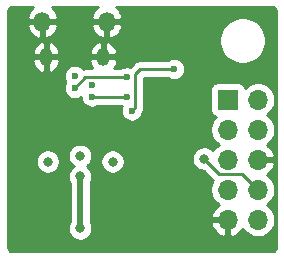
<source format=gbr>
%TF.GenerationSoftware,KiCad,Pcbnew,5.1.8*%
%TF.CreationDate,2020-11-25T12:11:16+09:00*%
%TF.ProjectId,rasp_usb,72617370-5f75-4736-922e-6b696361645f,rev?*%
%TF.SameCoordinates,Original*%
%TF.FileFunction,Copper,L2,Bot*%
%TF.FilePolarity,Positive*%
%FSLAX46Y46*%
G04 Gerber Fmt 4.6, Leading zero omitted, Abs format (unit mm)*
G04 Created by KiCad (PCBNEW 5.1.8) date 2020-11-25 12:11:16*
%MOMM*%
%LPD*%
G01*
G04 APERTURE LIST*
%TA.AperFunction,ComponentPad*%
%ADD10R,1.700000X1.700000*%
%TD*%
%TA.AperFunction,ComponentPad*%
%ADD11O,1.700000X1.700000*%
%TD*%
%TA.AperFunction,ComponentPad*%
%ADD12O,1.100000X1.500000*%
%TD*%
%TA.AperFunction,ComponentPad*%
%ADD13O,1.350000X1.700000*%
%TD*%
%TA.AperFunction,ViaPad*%
%ADD14C,0.800000*%
%TD*%
%TA.AperFunction,ViaPad*%
%ADD15C,0.600000*%
%TD*%
%TA.AperFunction,Conductor*%
%ADD16C,0.500000*%
%TD*%
%TA.AperFunction,Conductor*%
%ADD17C,0.250000*%
%TD*%
%TA.AperFunction,Conductor*%
%ADD18C,0.254000*%
%TD*%
%TA.AperFunction,Conductor*%
%ADD19C,0.100000*%
%TD*%
G04 APERTURE END LIST*
D10*
%TO.P,J2,1*%
%TO.N,3V3*%
X120250000Y-68500000D03*
D11*
%TO.P,J2,2*%
%TO.N,5V*%
X122790000Y-68500000D03*
%TO.P,J2,3*%
%TO.N,Net-(J2-Pad3)*%
X120250000Y-71040000D03*
%TO.P,J2,4*%
%TO.N,5V*%
X122790000Y-71040000D03*
%TO.P,J2,5*%
%TO.N,Net-(J2-Pad5)*%
X120250000Y-73580000D03*
%TO.P,J2,6*%
%TO.N,GND*%
X122790000Y-73580000D03*
%TO.P,J2,7*%
%TO.N,Net-(J2-Pad7)*%
X120250000Y-76120000D03*
%TO.P,J2,8*%
%TO.N,UART_TXD*%
X122790000Y-76120000D03*
%TO.P,J2,9*%
%TO.N,GND*%
X120250000Y-78660000D03*
%TO.P,J2,10*%
%TO.N,UART_RXD*%
X122790000Y-78660000D03*
%TD*%
D12*
%TO.P,J1,6*%
%TO.N,GND*%
X109695000Y-64885000D03*
X104855000Y-64885000D03*
D13*
X110005000Y-61885000D03*
X104545000Y-61885000D03*
%TD*%
D14*
%TO.N,VIO*%
X107750000Y-73250000D03*
X107750000Y-79400000D03*
X110500000Y-73750000D03*
X105000000Y-73750000D03*
X107750000Y-75000000D03*
%TO.N,GND*%
X105500000Y-79500000D03*
X103350000Y-79200000D03*
X103350000Y-77650000D03*
%TO.N,UART_TXD*%
X118250000Y-73500000D03*
D15*
%TO.N,USB_DP*%
X107275000Y-66490000D03*
%TO.N,USB_DM*%
X108742500Y-67232500D03*
%TO.N,Net-(R3-Pad2)*%
X108750000Y-68250000D03*
X111700000Y-68250000D03*
%TO.N,Net-(R4-Pad2)*%
X107275000Y-67525000D03*
X111700000Y-66600000D03*
%TO.N,VIO*%
X112120000Y-69420000D03*
X115700000Y-65900000D03*
%TD*%
D16*
%TO.N,VIO*%
X107750000Y-75000000D02*
X107750000Y-79400000D01*
D17*
%TO.N,UART_TXD*%
X121425001Y-74755001D02*
X122790000Y-76120000D01*
X119505001Y-74755001D02*
X121425001Y-74755001D01*
X118250000Y-73500000D02*
X119505001Y-74755001D01*
%TO.N,Net-(R3-Pad2)*%
X108750000Y-68250000D02*
X109850000Y-68250000D01*
X109850000Y-68250000D02*
X111700000Y-68250000D01*
%TO.N,Net-(R4-Pad2)*%
X111692501Y-66607499D02*
X111700000Y-66600000D01*
X107275000Y-67525000D02*
X108192501Y-66607499D01*
X108192501Y-66607499D02*
X111692501Y-66607499D01*
%TO.N,VIO*%
X112120000Y-69420000D02*
X112419999Y-69120001D01*
X112839998Y-65900000D02*
X112419999Y-66319999D01*
X115700000Y-65900000D02*
X112839998Y-65900000D01*
X112419999Y-69120001D02*
X112419999Y-66319999D01*
%TD*%
D18*
%TO.N,GND*%
X103734804Y-60676522D02*
X103548750Y-60854441D01*
X103400981Y-61065239D01*
X103297176Y-61300815D01*
X103241325Y-61552116D01*
X103391427Y-61758000D01*
X104418000Y-61758000D01*
X104418000Y-61738000D01*
X104672000Y-61738000D01*
X104672000Y-61758000D01*
X105698573Y-61758000D01*
X105848675Y-61552116D01*
X105792824Y-61300815D01*
X105689019Y-61065239D01*
X105541250Y-60854441D01*
X105355196Y-60676522D01*
X105329231Y-60660000D01*
X109220769Y-60660000D01*
X109194804Y-60676522D01*
X109008750Y-60854441D01*
X108860981Y-61065239D01*
X108757176Y-61300815D01*
X108701325Y-61552116D01*
X108851427Y-61758000D01*
X109878000Y-61758000D01*
X109878000Y-61738000D01*
X110132000Y-61738000D01*
X110132000Y-61758000D01*
X111158573Y-61758000D01*
X111308675Y-61552116D01*
X111252824Y-61300815D01*
X111149019Y-61065239D01*
X111001250Y-60854441D01*
X110815196Y-60676522D01*
X110789231Y-60660000D01*
X123967721Y-60660000D01*
X124065424Y-60669580D01*
X124128356Y-60688580D01*
X124186405Y-60719445D01*
X124237343Y-60760989D01*
X124279248Y-60811644D01*
X124310515Y-60869471D01*
X124329956Y-60932272D01*
X124340000Y-61027835D01*
X124340001Y-80967711D01*
X124330420Y-81065424D01*
X124311420Y-81128357D01*
X124280554Y-81186406D01*
X124239011Y-81237343D01*
X124188356Y-81279248D01*
X124130529Y-81310515D01*
X124067728Y-81329956D01*
X123972165Y-81340000D01*
X102032279Y-81340000D01*
X101934576Y-81330420D01*
X101871643Y-81311420D01*
X101813594Y-81280554D01*
X101762657Y-81239011D01*
X101720752Y-81188356D01*
X101689485Y-81130529D01*
X101670044Y-81067728D01*
X101660000Y-80972165D01*
X101660000Y-73648061D01*
X103965000Y-73648061D01*
X103965000Y-73851939D01*
X104004774Y-74051898D01*
X104082795Y-74240256D01*
X104196063Y-74409774D01*
X104340226Y-74553937D01*
X104509744Y-74667205D01*
X104698102Y-74745226D01*
X104898061Y-74785000D01*
X105101939Y-74785000D01*
X105301898Y-74745226D01*
X105490256Y-74667205D01*
X105659774Y-74553937D01*
X105803937Y-74409774D01*
X105917205Y-74240256D01*
X105995226Y-74051898D01*
X106035000Y-73851939D01*
X106035000Y-73648061D01*
X105995226Y-73448102D01*
X105917205Y-73259744D01*
X105842582Y-73148061D01*
X106715000Y-73148061D01*
X106715000Y-73351939D01*
X106754774Y-73551898D01*
X106832795Y-73740256D01*
X106946063Y-73909774D01*
X107090226Y-74053937D01*
X107196580Y-74125000D01*
X107090226Y-74196063D01*
X106946063Y-74340226D01*
X106832795Y-74509744D01*
X106754774Y-74698102D01*
X106715000Y-74898061D01*
X106715000Y-75101939D01*
X106754774Y-75301898D01*
X106832795Y-75490256D01*
X106865000Y-75538455D01*
X106865001Y-78861544D01*
X106832795Y-78909744D01*
X106754774Y-79098102D01*
X106715000Y-79298061D01*
X106715000Y-79501939D01*
X106754774Y-79701898D01*
X106832795Y-79890256D01*
X106946063Y-80059774D01*
X107090226Y-80203937D01*
X107259744Y-80317205D01*
X107448102Y-80395226D01*
X107648061Y-80435000D01*
X107851939Y-80435000D01*
X108051898Y-80395226D01*
X108240256Y-80317205D01*
X108409774Y-80203937D01*
X108553937Y-80059774D01*
X108667205Y-79890256D01*
X108745226Y-79701898D01*
X108785000Y-79501939D01*
X108785000Y-79298061D01*
X108745226Y-79098102D01*
X108711587Y-79016890D01*
X118808524Y-79016890D01*
X118853175Y-79164099D01*
X118978359Y-79426920D01*
X119152412Y-79660269D01*
X119368645Y-79855178D01*
X119618748Y-80004157D01*
X119893109Y-80101481D01*
X120123000Y-79980814D01*
X120123000Y-78787000D01*
X118929845Y-78787000D01*
X118808524Y-79016890D01*
X108711587Y-79016890D01*
X108667205Y-78909744D01*
X108635000Y-78861546D01*
X108635000Y-75538454D01*
X108667205Y-75490256D01*
X108745226Y-75301898D01*
X108785000Y-75101939D01*
X108785000Y-74898061D01*
X108745226Y-74698102D01*
X108667205Y-74509744D01*
X108553937Y-74340226D01*
X108409774Y-74196063D01*
X108303420Y-74125000D01*
X108409774Y-74053937D01*
X108553937Y-73909774D01*
X108667205Y-73740256D01*
X108705393Y-73648061D01*
X109465000Y-73648061D01*
X109465000Y-73851939D01*
X109504774Y-74051898D01*
X109582795Y-74240256D01*
X109696063Y-74409774D01*
X109840226Y-74553937D01*
X110009744Y-74667205D01*
X110198102Y-74745226D01*
X110398061Y-74785000D01*
X110601939Y-74785000D01*
X110801898Y-74745226D01*
X110990256Y-74667205D01*
X111159774Y-74553937D01*
X111303937Y-74409774D01*
X111417205Y-74240256D01*
X111495226Y-74051898D01*
X111535000Y-73851939D01*
X111535000Y-73648061D01*
X111495226Y-73448102D01*
X111474499Y-73398061D01*
X117215000Y-73398061D01*
X117215000Y-73601939D01*
X117254774Y-73801898D01*
X117332795Y-73990256D01*
X117446063Y-74159774D01*
X117590226Y-74303937D01*
X117759744Y-74417205D01*
X117948102Y-74495226D01*
X118148061Y-74535000D01*
X118210198Y-74535000D01*
X118941206Y-75266009D01*
X118965000Y-75295002D01*
X118993993Y-75318796D01*
X118993997Y-75318800D01*
X118997455Y-75321637D01*
X118934010Y-75416589D01*
X118822068Y-75686842D01*
X118765000Y-75973740D01*
X118765000Y-76266260D01*
X118822068Y-76553158D01*
X118934010Y-76823411D01*
X119096525Y-77066632D01*
X119303368Y-77273475D01*
X119485534Y-77395195D01*
X119368645Y-77464822D01*
X119152412Y-77659731D01*
X118978359Y-77893080D01*
X118853175Y-78155901D01*
X118808524Y-78303110D01*
X118929845Y-78533000D01*
X120123000Y-78533000D01*
X120123000Y-78513000D01*
X120377000Y-78513000D01*
X120377000Y-78533000D01*
X120397000Y-78533000D01*
X120397000Y-78787000D01*
X120377000Y-78787000D01*
X120377000Y-79980814D01*
X120606891Y-80101481D01*
X120881252Y-80004157D01*
X121131355Y-79855178D01*
X121347588Y-79660269D01*
X121518900Y-79430594D01*
X121636525Y-79606632D01*
X121843368Y-79813475D01*
X122086589Y-79975990D01*
X122356842Y-80087932D01*
X122643740Y-80145000D01*
X122936260Y-80145000D01*
X123223158Y-80087932D01*
X123493411Y-79975990D01*
X123736632Y-79813475D01*
X123943475Y-79606632D01*
X124105990Y-79363411D01*
X124217932Y-79093158D01*
X124275000Y-78806260D01*
X124275000Y-78513740D01*
X124217932Y-78226842D01*
X124105990Y-77956589D01*
X123943475Y-77713368D01*
X123736632Y-77506525D01*
X123562240Y-77390000D01*
X123736632Y-77273475D01*
X123943475Y-77066632D01*
X124105990Y-76823411D01*
X124217932Y-76553158D01*
X124275000Y-76266260D01*
X124275000Y-75973740D01*
X124217932Y-75686842D01*
X124105990Y-75416589D01*
X123943475Y-75173368D01*
X123736632Y-74966525D01*
X123554466Y-74844805D01*
X123671355Y-74775178D01*
X123887588Y-74580269D01*
X124061641Y-74346920D01*
X124186825Y-74084099D01*
X124231476Y-73936890D01*
X124110155Y-73707000D01*
X122917000Y-73707000D01*
X122917000Y-73727000D01*
X122663000Y-73727000D01*
X122663000Y-73707000D01*
X122643000Y-73707000D01*
X122643000Y-73453000D01*
X122663000Y-73453000D01*
X122663000Y-73433000D01*
X122917000Y-73433000D01*
X122917000Y-73453000D01*
X124110155Y-73453000D01*
X124231476Y-73223110D01*
X124186825Y-73075901D01*
X124061641Y-72813080D01*
X123887588Y-72579731D01*
X123671355Y-72384822D01*
X123554466Y-72315195D01*
X123736632Y-72193475D01*
X123943475Y-71986632D01*
X124105990Y-71743411D01*
X124217932Y-71473158D01*
X124275000Y-71186260D01*
X124275000Y-70893740D01*
X124217932Y-70606842D01*
X124105990Y-70336589D01*
X123943475Y-70093368D01*
X123736632Y-69886525D01*
X123562240Y-69770000D01*
X123736632Y-69653475D01*
X123943475Y-69446632D01*
X124105990Y-69203411D01*
X124217932Y-68933158D01*
X124275000Y-68646260D01*
X124275000Y-68353740D01*
X124217932Y-68066842D01*
X124105990Y-67796589D01*
X123943475Y-67553368D01*
X123736632Y-67346525D01*
X123493411Y-67184010D01*
X123223158Y-67072068D01*
X122936260Y-67015000D01*
X122643740Y-67015000D01*
X122356842Y-67072068D01*
X122086589Y-67184010D01*
X121843368Y-67346525D01*
X121711513Y-67478380D01*
X121689502Y-67405820D01*
X121630537Y-67295506D01*
X121551185Y-67198815D01*
X121454494Y-67119463D01*
X121344180Y-67060498D01*
X121224482Y-67024188D01*
X121100000Y-67011928D01*
X119400000Y-67011928D01*
X119275518Y-67024188D01*
X119155820Y-67060498D01*
X119045506Y-67119463D01*
X118948815Y-67198815D01*
X118869463Y-67295506D01*
X118810498Y-67405820D01*
X118774188Y-67525518D01*
X118761928Y-67650000D01*
X118761928Y-69350000D01*
X118774188Y-69474482D01*
X118810498Y-69594180D01*
X118869463Y-69704494D01*
X118948815Y-69801185D01*
X119045506Y-69880537D01*
X119155820Y-69939502D01*
X119228380Y-69961513D01*
X119096525Y-70093368D01*
X118934010Y-70336589D01*
X118822068Y-70606842D01*
X118765000Y-70893740D01*
X118765000Y-71186260D01*
X118822068Y-71473158D01*
X118934010Y-71743411D01*
X119096525Y-71986632D01*
X119303368Y-72193475D01*
X119477760Y-72310000D01*
X119303368Y-72426525D01*
X119096525Y-72633368D01*
X118996611Y-72782900D01*
X118909774Y-72696063D01*
X118740256Y-72582795D01*
X118551898Y-72504774D01*
X118351939Y-72465000D01*
X118148061Y-72465000D01*
X117948102Y-72504774D01*
X117759744Y-72582795D01*
X117590226Y-72696063D01*
X117446063Y-72840226D01*
X117332795Y-73009744D01*
X117254774Y-73198102D01*
X117215000Y-73398061D01*
X111474499Y-73398061D01*
X111417205Y-73259744D01*
X111303937Y-73090226D01*
X111159774Y-72946063D01*
X110990256Y-72832795D01*
X110801898Y-72754774D01*
X110601939Y-72715000D01*
X110398061Y-72715000D01*
X110198102Y-72754774D01*
X110009744Y-72832795D01*
X109840226Y-72946063D01*
X109696063Y-73090226D01*
X109582795Y-73259744D01*
X109504774Y-73448102D01*
X109465000Y-73648061D01*
X108705393Y-73648061D01*
X108745226Y-73551898D01*
X108785000Y-73351939D01*
X108785000Y-73148061D01*
X108745226Y-72948102D01*
X108667205Y-72759744D01*
X108553937Y-72590226D01*
X108409774Y-72446063D01*
X108240256Y-72332795D01*
X108051898Y-72254774D01*
X107851939Y-72215000D01*
X107648061Y-72215000D01*
X107448102Y-72254774D01*
X107259744Y-72332795D01*
X107090226Y-72446063D01*
X106946063Y-72590226D01*
X106832795Y-72759744D01*
X106754774Y-72948102D01*
X106715000Y-73148061D01*
X105842582Y-73148061D01*
X105803937Y-73090226D01*
X105659774Y-72946063D01*
X105490256Y-72832795D01*
X105301898Y-72754774D01*
X105101939Y-72715000D01*
X104898061Y-72715000D01*
X104698102Y-72754774D01*
X104509744Y-72832795D01*
X104340226Y-72946063D01*
X104196063Y-73090226D01*
X104082795Y-73259744D01*
X104004774Y-73448102D01*
X103965000Y-73648061D01*
X101660000Y-73648061D01*
X101660000Y-66397911D01*
X106340000Y-66397911D01*
X106340000Y-66582089D01*
X106375932Y-66762729D01*
X106446414Y-66932889D01*
X106496267Y-67007500D01*
X106446414Y-67082111D01*
X106375932Y-67252271D01*
X106340000Y-67432911D01*
X106340000Y-67617089D01*
X106375932Y-67797729D01*
X106446414Y-67967889D01*
X106548738Y-68121028D01*
X106678972Y-68251262D01*
X106832111Y-68353586D01*
X107002271Y-68424068D01*
X107182911Y-68460000D01*
X107367089Y-68460000D01*
X107547729Y-68424068D01*
X107717889Y-68353586D01*
X107815000Y-68288699D01*
X107815000Y-68342089D01*
X107850932Y-68522729D01*
X107921414Y-68692889D01*
X108023738Y-68846028D01*
X108153972Y-68976262D01*
X108307111Y-69078586D01*
X108477271Y-69149068D01*
X108657911Y-69185000D01*
X108842089Y-69185000D01*
X109022729Y-69149068D01*
X109192889Y-69078586D01*
X109295535Y-69010000D01*
X111154465Y-69010000D01*
X111251057Y-69074541D01*
X111220932Y-69147271D01*
X111185000Y-69327911D01*
X111185000Y-69512089D01*
X111220932Y-69692729D01*
X111291414Y-69862889D01*
X111393738Y-70016028D01*
X111523972Y-70146262D01*
X111677111Y-70248586D01*
X111847271Y-70319068D01*
X112027911Y-70355000D01*
X112212089Y-70355000D01*
X112392729Y-70319068D01*
X112562889Y-70248586D01*
X112716028Y-70146262D01*
X112846262Y-70016028D01*
X112948586Y-69862889D01*
X113019068Y-69692729D01*
X113046558Y-69554531D01*
X113054973Y-69544277D01*
X113125545Y-69412248D01*
X113169002Y-69268987D01*
X113179999Y-69157334D01*
X113179999Y-69157326D01*
X113183675Y-69120001D01*
X113179999Y-69082676D01*
X113179999Y-66660000D01*
X115154465Y-66660000D01*
X115257111Y-66728586D01*
X115427271Y-66799068D01*
X115607911Y-66835000D01*
X115792089Y-66835000D01*
X115972729Y-66799068D01*
X116142889Y-66728586D01*
X116296028Y-66626262D01*
X116426262Y-66496028D01*
X116528586Y-66342889D01*
X116599068Y-66172729D01*
X116635000Y-65992089D01*
X116635000Y-65807911D01*
X116599068Y-65627271D01*
X116528586Y-65457111D01*
X116426262Y-65303972D01*
X116296028Y-65173738D01*
X116142889Y-65071414D01*
X115972729Y-65000932D01*
X115792089Y-64965000D01*
X115607911Y-64965000D01*
X115427271Y-65000932D01*
X115257111Y-65071414D01*
X115154465Y-65140000D01*
X112877320Y-65140000D01*
X112839997Y-65136324D01*
X112802674Y-65140000D01*
X112802665Y-65140000D01*
X112691012Y-65150997D01*
X112547751Y-65194454D01*
X112415722Y-65265026D01*
X112299997Y-65359999D01*
X112276194Y-65389003D01*
X111965669Y-65699528D01*
X111792089Y-65665000D01*
X111607911Y-65665000D01*
X111427271Y-65700932D01*
X111257111Y-65771414D01*
X111143242Y-65847499D01*
X110608557Y-65847499D01*
X110617590Y-65838422D01*
X110746848Y-65643957D01*
X110835684Y-65428011D01*
X110880684Y-65198884D01*
X110725152Y-65012000D01*
X109822000Y-65012000D01*
X109822000Y-65032000D01*
X109568000Y-65032000D01*
X109568000Y-65012000D01*
X108664848Y-65012000D01*
X108509316Y-65198884D01*
X108554316Y-65428011D01*
X108643152Y-65643957D01*
X108772410Y-65838422D01*
X108781443Y-65847499D01*
X108229823Y-65847499D01*
X108192500Y-65843823D01*
X108155177Y-65847499D01*
X108155168Y-65847499D01*
X108043515Y-65858496D01*
X107983877Y-65876587D01*
X107871028Y-65763738D01*
X107717889Y-65661414D01*
X107547729Y-65590932D01*
X107367089Y-65555000D01*
X107182911Y-65555000D01*
X107002271Y-65590932D01*
X106832111Y-65661414D01*
X106678972Y-65763738D01*
X106548738Y-65893972D01*
X106446414Y-66047111D01*
X106375932Y-66217271D01*
X106340000Y-66397911D01*
X101660000Y-66397911D01*
X101660000Y-65198884D01*
X103669316Y-65198884D01*
X103714316Y-65428011D01*
X103803152Y-65643957D01*
X103932410Y-65838422D01*
X104097123Y-66003934D01*
X104290961Y-66134131D01*
X104506474Y-66224011D01*
X104545256Y-66228803D01*
X104728000Y-66103361D01*
X104728000Y-65012000D01*
X104982000Y-65012000D01*
X104982000Y-66103361D01*
X105164744Y-66228803D01*
X105203526Y-66224011D01*
X105419039Y-66134131D01*
X105612877Y-66003934D01*
X105777590Y-65838422D01*
X105906848Y-65643957D01*
X105995684Y-65428011D01*
X106040684Y-65198884D01*
X105885152Y-65012000D01*
X104982000Y-65012000D01*
X104728000Y-65012000D01*
X103824848Y-65012000D01*
X103669316Y-65198884D01*
X101660000Y-65198884D01*
X101660000Y-64571116D01*
X103669316Y-64571116D01*
X103824848Y-64758000D01*
X104728000Y-64758000D01*
X104728000Y-63666639D01*
X104982000Y-63666639D01*
X104982000Y-64758000D01*
X105885152Y-64758000D01*
X106040684Y-64571116D01*
X108509316Y-64571116D01*
X108664848Y-64758000D01*
X109568000Y-64758000D01*
X109568000Y-63666639D01*
X109822000Y-63666639D01*
X109822000Y-64758000D01*
X110725152Y-64758000D01*
X110880684Y-64571116D01*
X110835684Y-64341989D01*
X110746848Y-64126043D01*
X110617590Y-63931578D01*
X110452877Y-63766066D01*
X110259039Y-63635869D01*
X110043526Y-63545989D01*
X110004744Y-63541197D01*
X109822000Y-63666639D01*
X109568000Y-63666639D01*
X109385256Y-63541197D01*
X109346474Y-63545989D01*
X109130961Y-63635869D01*
X108937123Y-63766066D01*
X108772410Y-63931578D01*
X108643152Y-64126043D01*
X108554316Y-64341989D01*
X108509316Y-64571116D01*
X106040684Y-64571116D01*
X105995684Y-64341989D01*
X105906848Y-64126043D01*
X105777590Y-63931578D01*
X105612877Y-63766066D01*
X105419039Y-63635869D01*
X105203526Y-63545989D01*
X105164744Y-63541197D01*
X104982000Y-63666639D01*
X104728000Y-63666639D01*
X104545256Y-63541197D01*
X104506474Y-63545989D01*
X104290961Y-63635869D01*
X104097123Y-63766066D01*
X103932410Y-63931578D01*
X103803152Y-64126043D01*
X103714316Y-64341989D01*
X103669316Y-64571116D01*
X101660000Y-64571116D01*
X101660000Y-62217884D01*
X103241325Y-62217884D01*
X103297176Y-62469185D01*
X103400981Y-62704761D01*
X103548750Y-62915559D01*
X103734804Y-63093478D01*
X103951993Y-63231681D01*
X104191971Y-63324857D01*
X104215600Y-63327910D01*
X104418000Y-63204224D01*
X104418000Y-62012000D01*
X104672000Y-62012000D01*
X104672000Y-63204224D01*
X104874400Y-63327910D01*
X104898029Y-63324857D01*
X105138007Y-63231681D01*
X105355196Y-63093478D01*
X105541250Y-62915559D01*
X105689019Y-62704761D01*
X105792824Y-62469185D01*
X105848675Y-62217884D01*
X108701325Y-62217884D01*
X108757176Y-62469185D01*
X108860981Y-62704761D01*
X109008750Y-62915559D01*
X109194804Y-63093478D01*
X109411993Y-63231681D01*
X109651971Y-63324857D01*
X109675600Y-63327910D01*
X109878000Y-63204224D01*
X109878000Y-62012000D01*
X110132000Y-62012000D01*
X110132000Y-63204224D01*
X110334400Y-63327910D01*
X110358029Y-63324857D01*
X110410472Y-63304495D01*
X119515000Y-63304495D01*
X119515000Y-63695505D01*
X119591282Y-64079003D01*
X119740915Y-64440250D01*
X119958149Y-64765364D01*
X120234636Y-65041851D01*
X120559750Y-65259085D01*
X120920997Y-65408718D01*
X121304495Y-65485000D01*
X121695505Y-65485000D01*
X122079003Y-65408718D01*
X122440250Y-65259085D01*
X122765364Y-65041851D01*
X123041851Y-64765364D01*
X123259085Y-64440250D01*
X123408718Y-64079003D01*
X123485000Y-63695505D01*
X123485000Y-63304495D01*
X123408718Y-62920997D01*
X123259085Y-62559750D01*
X123041851Y-62234636D01*
X122765364Y-61958149D01*
X122440250Y-61740915D01*
X122079003Y-61591282D01*
X121695505Y-61515000D01*
X121304495Y-61515000D01*
X120920997Y-61591282D01*
X120559750Y-61740915D01*
X120234636Y-61958149D01*
X119958149Y-62234636D01*
X119740915Y-62559750D01*
X119591282Y-62920997D01*
X119515000Y-63304495D01*
X110410472Y-63304495D01*
X110598007Y-63231681D01*
X110815196Y-63093478D01*
X111001250Y-62915559D01*
X111149019Y-62704761D01*
X111252824Y-62469185D01*
X111308675Y-62217884D01*
X111158573Y-62012000D01*
X110132000Y-62012000D01*
X109878000Y-62012000D01*
X108851427Y-62012000D01*
X108701325Y-62217884D01*
X105848675Y-62217884D01*
X105698573Y-62012000D01*
X104672000Y-62012000D01*
X104418000Y-62012000D01*
X103391427Y-62012000D01*
X103241325Y-62217884D01*
X101660000Y-62217884D01*
X101660000Y-61032279D01*
X101669580Y-60934576D01*
X101688580Y-60871644D01*
X101719445Y-60813595D01*
X101760989Y-60762657D01*
X101811644Y-60720752D01*
X101869471Y-60689485D01*
X101932272Y-60670044D01*
X102027835Y-60660000D01*
X103760769Y-60660000D01*
X103734804Y-60676522D01*
%TA.AperFunction,Conductor*%
D19*
G36*
X103734804Y-60676522D02*
G01*
X103548750Y-60854441D01*
X103400981Y-61065239D01*
X103297176Y-61300815D01*
X103241325Y-61552116D01*
X103391427Y-61758000D01*
X104418000Y-61758000D01*
X104418000Y-61738000D01*
X104672000Y-61738000D01*
X104672000Y-61758000D01*
X105698573Y-61758000D01*
X105848675Y-61552116D01*
X105792824Y-61300815D01*
X105689019Y-61065239D01*
X105541250Y-60854441D01*
X105355196Y-60676522D01*
X105329231Y-60660000D01*
X109220769Y-60660000D01*
X109194804Y-60676522D01*
X109008750Y-60854441D01*
X108860981Y-61065239D01*
X108757176Y-61300815D01*
X108701325Y-61552116D01*
X108851427Y-61758000D01*
X109878000Y-61758000D01*
X109878000Y-61738000D01*
X110132000Y-61738000D01*
X110132000Y-61758000D01*
X111158573Y-61758000D01*
X111308675Y-61552116D01*
X111252824Y-61300815D01*
X111149019Y-61065239D01*
X111001250Y-60854441D01*
X110815196Y-60676522D01*
X110789231Y-60660000D01*
X123967721Y-60660000D01*
X124065424Y-60669580D01*
X124128356Y-60688580D01*
X124186405Y-60719445D01*
X124237343Y-60760989D01*
X124279248Y-60811644D01*
X124310515Y-60869471D01*
X124329956Y-60932272D01*
X124340000Y-61027835D01*
X124340001Y-80967711D01*
X124330420Y-81065424D01*
X124311420Y-81128357D01*
X124280554Y-81186406D01*
X124239011Y-81237343D01*
X124188356Y-81279248D01*
X124130529Y-81310515D01*
X124067728Y-81329956D01*
X123972165Y-81340000D01*
X102032279Y-81340000D01*
X101934576Y-81330420D01*
X101871643Y-81311420D01*
X101813594Y-81280554D01*
X101762657Y-81239011D01*
X101720752Y-81188356D01*
X101689485Y-81130529D01*
X101670044Y-81067728D01*
X101660000Y-80972165D01*
X101660000Y-73648061D01*
X103965000Y-73648061D01*
X103965000Y-73851939D01*
X104004774Y-74051898D01*
X104082795Y-74240256D01*
X104196063Y-74409774D01*
X104340226Y-74553937D01*
X104509744Y-74667205D01*
X104698102Y-74745226D01*
X104898061Y-74785000D01*
X105101939Y-74785000D01*
X105301898Y-74745226D01*
X105490256Y-74667205D01*
X105659774Y-74553937D01*
X105803937Y-74409774D01*
X105917205Y-74240256D01*
X105995226Y-74051898D01*
X106035000Y-73851939D01*
X106035000Y-73648061D01*
X105995226Y-73448102D01*
X105917205Y-73259744D01*
X105842582Y-73148061D01*
X106715000Y-73148061D01*
X106715000Y-73351939D01*
X106754774Y-73551898D01*
X106832795Y-73740256D01*
X106946063Y-73909774D01*
X107090226Y-74053937D01*
X107196580Y-74125000D01*
X107090226Y-74196063D01*
X106946063Y-74340226D01*
X106832795Y-74509744D01*
X106754774Y-74698102D01*
X106715000Y-74898061D01*
X106715000Y-75101939D01*
X106754774Y-75301898D01*
X106832795Y-75490256D01*
X106865000Y-75538455D01*
X106865001Y-78861544D01*
X106832795Y-78909744D01*
X106754774Y-79098102D01*
X106715000Y-79298061D01*
X106715000Y-79501939D01*
X106754774Y-79701898D01*
X106832795Y-79890256D01*
X106946063Y-80059774D01*
X107090226Y-80203937D01*
X107259744Y-80317205D01*
X107448102Y-80395226D01*
X107648061Y-80435000D01*
X107851939Y-80435000D01*
X108051898Y-80395226D01*
X108240256Y-80317205D01*
X108409774Y-80203937D01*
X108553937Y-80059774D01*
X108667205Y-79890256D01*
X108745226Y-79701898D01*
X108785000Y-79501939D01*
X108785000Y-79298061D01*
X108745226Y-79098102D01*
X108711587Y-79016890D01*
X118808524Y-79016890D01*
X118853175Y-79164099D01*
X118978359Y-79426920D01*
X119152412Y-79660269D01*
X119368645Y-79855178D01*
X119618748Y-80004157D01*
X119893109Y-80101481D01*
X120123000Y-79980814D01*
X120123000Y-78787000D01*
X118929845Y-78787000D01*
X118808524Y-79016890D01*
X108711587Y-79016890D01*
X108667205Y-78909744D01*
X108635000Y-78861546D01*
X108635000Y-75538454D01*
X108667205Y-75490256D01*
X108745226Y-75301898D01*
X108785000Y-75101939D01*
X108785000Y-74898061D01*
X108745226Y-74698102D01*
X108667205Y-74509744D01*
X108553937Y-74340226D01*
X108409774Y-74196063D01*
X108303420Y-74125000D01*
X108409774Y-74053937D01*
X108553937Y-73909774D01*
X108667205Y-73740256D01*
X108705393Y-73648061D01*
X109465000Y-73648061D01*
X109465000Y-73851939D01*
X109504774Y-74051898D01*
X109582795Y-74240256D01*
X109696063Y-74409774D01*
X109840226Y-74553937D01*
X110009744Y-74667205D01*
X110198102Y-74745226D01*
X110398061Y-74785000D01*
X110601939Y-74785000D01*
X110801898Y-74745226D01*
X110990256Y-74667205D01*
X111159774Y-74553937D01*
X111303937Y-74409774D01*
X111417205Y-74240256D01*
X111495226Y-74051898D01*
X111535000Y-73851939D01*
X111535000Y-73648061D01*
X111495226Y-73448102D01*
X111474499Y-73398061D01*
X117215000Y-73398061D01*
X117215000Y-73601939D01*
X117254774Y-73801898D01*
X117332795Y-73990256D01*
X117446063Y-74159774D01*
X117590226Y-74303937D01*
X117759744Y-74417205D01*
X117948102Y-74495226D01*
X118148061Y-74535000D01*
X118210198Y-74535000D01*
X118941206Y-75266009D01*
X118965000Y-75295002D01*
X118993993Y-75318796D01*
X118993997Y-75318800D01*
X118997455Y-75321637D01*
X118934010Y-75416589D01*
X118822068Y-75686842D01*
X118765000Y-75973740D01*
X118765000Y-76266260D01*
X118822068Y-76553158D01*
X118934010Y-76823411D01*
X119096525Y-77066632D01*
X119303368Y-77273475D01*
X119485534Y-77395195D01*
X119368645Y-77464822D01*
X119152412Y-77659731D01*
X118978359Y-77893080D01*
X118853175Y-78155901D01*
X118808524Y-78303110D01*
X118929845Y-78533000D01*
X120123000Y-78533000D01*
X120123000Y-78513000D01*
X120377000Y-78513000D01*
X120377000Y-78533000D01*
X120397000Y-78533000D01*
X120397000Y-78787000D01*
X120377000Y-78787000D01*
X120377000Y-79980814D01*
X120606891Y-80101481D01*
X120881252Y-80004157D01*
X121131355Y-79855178D01*
X121347588Y-79660269D01*
X121518900Y-79430594D01*
X121636525Y-79606632D01*
X121843368Y-79813475D01*
X122086589Y-79975990D01*
X122356842Y-80087932D01*
X122643740Y-80145000D01*
X122936260Y-80145000D01*
X123223158Y-80087932D01*
X123493411Y-79975990D01*
X123736632Y-79813475D01*
X123943475Y-79606632D01*
X124105990Y-79363411D01*
X124217932Y-79093158D01*
X124275000Y-78806260D01*
X124275000Y-78513740D01*
X124217932Y-78226842D01*
X124105990Y-77956589D01*
X123943475Y-77713368D01*
X123736632Y-77506525D01*
X123562240Y-77390000D01*
X123736632Y-77273475D01*
X123943475Y-77066632D01*
X124105990Y-76823411D01*
X124217932Y-76553158D01*
X124275000Y-76266260D01*
X124275000Y-75973740D01*
X124217932Y-75686842D01*
X124105990Y-75416589D01*
X123943475Y-75173368D01*
X123736632Y-74966525D01*
X123554466Y-74844805D01*
X123671355Y-74775178D01*
X123887588Y-74580269D01*
X124061641Y-74346920D01*
X124186825Y-74084099D01*
X124231476Y-73936890D01*
X124110155Y-73707000D01*
X122917000Y-73707000D01*
X122917000Y-73727000D01*
X122663000Y-73727000D01*
X122663000Y-73707000D01*
X122643000Y-73707000D01*
X122643000Y-73453000D01*
X122663000Y-73453000D01*
X122663000Y-73433000D01*
X122917000Y-73433000D01*
X122917000Y-73453000D01*
X124110155Y-73453000D01*
X124231476Y-73223110D01*
X124186825Y-73075901D01*
X124061641Y-72813080D01*
X123887588Y-72579731D01*
X123671355Y-72384822D01*
X123554466Y-72315195D01*
X123736632Y-72193475D01*
X123943475Y-71986632D01*
X124105990Y-71743411D01*
X124217932Y-71473158D01*
X124275000Y-71186260D01*
X124275000Y-70893740D01*
X124217932Y-70606842D01*
X124105990Y-70336589D01*
X123943475Y-70093368D01*
X123736632Y-69886525D01*
X123562240Y-69770000D01*
X123736632Y-69653475D01*
X123943475Y-69446632D01*
X124105990Y-69203411D01*
X124217932Y-68933158D01*
X124275000Y-68646260D01*
X124275000Y-68353740D01*
X124217932Y-68066842D01*
X124105990Y-67796589D01*
X123943475Y-67553368D01*
X123736632Y-67346525D01*
X123493411Y-67184010D01*
X123223158Y-67072068D01*
X122936260Y-67015000D01*
X122643740Y-67015000D01*
X122356842Y-67072068D01*
X122086589Y-67184010D01*
X121843368Y-67346525D01*
X121711513Y-67478380D01*
X121689502Y-67405820D01*
X121630537Y-67295506D01*
X121551185Y-67198815D01*
X121454494Y-67119463D01*
X121344180Y-67060498D01*
X121224482Y-67024188D01*
X121100000Y-67011928D01*
X119400000Y-67011928D01*
X119275518Y-67024188D01*
X119155820Y-67060498D01*
X119045506Y-67119463D01*
X118948815Y-67198815D01*
X118869463Y-67295506D01*
X118810498Y-67405820D01*
X118774188Y-67525518D01*
X118761928Y-67650000D01*
X118761928Y-69350000D01*
X118774188Y-69474482D01*
X118810498Y-69594180D01*
X118869463Y-69704494D01*
X118948815Y-69801185D01*
X119045506Y-69880537D01*
X119155820Y-69939502D01*
X119228380Y-69961513D01*
X119096525Y-70093368D01*
X118934010Y-70336589D01*
X118822068Y-70606842D01*
X118765000Y-70893740D01*
X118765000Y-71186260D01*
X118822068Y-71473158D01*
X118934010Y-71743411D01*
X119096525Y-71986632D01*
X119303368Y-72193475D01*
X119477760Y-72310000D01*
X119303368Y-72426525D01*
X119096525Y-72633368D01*
X118996611Y-72782900D01*
X118909774Y-72696063D01*
X118740256Y-72582795D01*
X118551898Y-72504774D01*
X118351939Y-72465000D01*
X118148061Y-72465000D01*
X117948102Y-72504774D01*
X117759744Y-72582795D01*
X117590226Y-72696063D01*
X117446063Y-72840226D01*
X117332795Y-73009744D01*
X117254774Y-73198102D01*
X117215000Y-73398061D01*
X111474499Y-73398061D01*
X111417205Y-73259744D01*
X111303937Y-73090226D01*
X111159774Y-72946063D01*
X110990256Y-72832795D01*
X110801898Y-72754774D01*
X110601939Y-72715000D01*
X110398061Y-72715000D01*
X110198102Y-72754774D01*
X110009744Y-72832795D01*
X109840226Y-72946063D01*
X109696063Y-73090226D01*
X109582795Y-73259744D01*
X109504774Y-73448102D01*
X109465000Y-73648061D01*
X108705393Y-73648061D01*
X108745226Y-73551898D01*
X108785000Y-73351939D01*
X108785000Y-73148061D01*
X108745226Y-72948102D01*
X108667205Y-72759744D01*
X108553937Y-72590226D01*
X108409774Y-72446063D01*
X108240256Y-72332795D01*
X108051898Y-72254774D01*
X107851939Y-72215000D01*
X107648061Y-72215000D01*
X107448102Y-72254774D01*
X107259744Y-72332795D01*
X107090226Y-72446063D01*
X106946063Y-72590226D01*
X106832795Y-72759744D01*
X106754774Y-72948102D01*
X106715000Y-73148061D01*
X105842582Y-73148061D01*
X105803937Y-73090226D01*
X105659774Y-72946063D01*
X105490256Y-72832795D01*
X105301898Y-72754774D01*
X105101939Y-72715000D01*
X104898061Y-72715000D01*
X104698102Y-72754774D01*
X104509744Y-72832795D01*
X104340226Y-72946063D01*
X104196063Y-73090226D01*
X104082795Y-73259744D01*
X104004774Y-73448102D01*
X103965000Y-73648061D01*
X101660000Y-73648061D01*
X101660000Y-66397911D01*
X106340000Y-66397911D01*
X106340000Y-66582089D01*
X106375932Y-66762729D01*
X106446414Y-66932889D01*
X106496267Y-67007500D01*
X106446414Y-67082111D01*
X106375932Y-67252271D01*
X106340000Y-67432911D01*
X106340000Y-67617089D01*
X106375932Y-67797729D01*
X106446414Y-67967889D01*
X106548738Y-68121028D01*
X106678972Y-68251262D01*
X106832111Y-68353586D01*
X107002271Y-68424068D01*
X107182911Y-68460000D01*
X107367089Y-68460000D01*
X107547729Y-68424068D01*
X107717889Y-68353586D01*
X107815000Y-68288699D01*
X107815000Y-68342089D01*
X107850932Y-68522729D01*
X107921414Y-68692889D01*
X108023738Y-68846028D01*
X108153972Y-68976262D01*
X108307111Y-69078586D01*
X108477271Y-69149068D01*
X108657911Y-69185000D01*
X108842089Y-69185000D01*
X109022729Y-69149068D01*
X109192889Y-69078586D01*
X109295535Y-69010000D01*
X111154465Y-69010000D01*
X111251057Y-69074541D01*
X111220932Y-69147271D01*
X111185000Y-69327911D01*
X111185000Y-69512089D01*
X111220932Y-69692729D01*
X111291414Y-69862889D01*
X111393738Y-70016028D01*
X111523972Y-70146262D01*
X111677111Y-70248586D01*
X111847271Y-70319068D01*
X112027911Y-70355000D01*
X112212089Y-70355000D01*
X112392729Y-70319068D01*
X112562889Y-70248586D01*
X112716028Y-70146262D01*
X112846262Y-70016028D01*
X112948586Y-69862889D01*
X113019068Y-69692729D01*
X113046558Y-69554531D01*
X113054973Y-69544277D01*
X113125545Y-69412248D01*
X113169002Y-69268987D01*
X113179999Y-69157334D01*
X113179999Y-69157326D01*
X113183675Y-69120001D01*
X113179999Y-69082676D01*
X113179999Y-66660000D01*
X115154465Y-66660000D01*
X115257111Y-66728586D01*
X115427271Y-66799068D01*
X115607911Y-66835000D01*
X115792089Y-66835000D01*
X115972729Y-66799068D01*
X116142889Y-66728586D01*
X116296028Y-66626262D01*
X116426262Y-66496028D01*
X116528586Y-66342889D01*
X116599068Y-66172729D01*
X116635000Y-65992089D01*
X116635000Y-65807911D01*
X116599068Y-65627271D01*
X116528586Y-65457111D01*
X116426262Y-65303972D01*
X116296028Y-65173738D01*
X116142889Y-65071414D01*
X115972729Y-65000932D01*
X115792089Y-64965000D01*
X115607911Y-64965000D01*
X115427271Y-65000932D01*
X115257111Y-65071414D01*
X115154465Y-65140000D01*
X112877320Y-65140000D01*
X112839997Y-65136324D01*
X112802674Y-65140000D01*
X112802665Y-65140000D01*
X112691012Y-65150997D01*
X112547751Y-65194454D01*
X112415722Y-65265026D01*
X112299997Y-65359999D01*
X112276194Y-65389003D01*
X111965669Y-65699528D01*
X111792089Y-65665000D01*
X111607911Y-65665000D01*
X111427271Y-65700932D01*
X111257111Y-65771414D01*
X111143242Y-65847499D01*
X110608557Y-65847499D01*
X110617590Y-65838422D01*
X110746848Y-65643957D01*
X110835684Y-65428011D01*
X110880684Y-65198884D01*
X110725152Y-65012000D01*
X109822000Y-65012000D01*
X109822000Y-65032000D01*
X109568000Y-65032000D01*
X109568000Y-65012000D01*
X108664848Y-65012000D01*
X108509316Y-65198884D01*
X108554316Y-65428011D01*
X108643152Y-65643957D01*
X108772410Y-65838422D01*
X108781443Y-65847499D01*
X108229823Y-65847499D01*
X108192500Y-65843823D01*
X108155177Y-65847499D01*
X108155168Y-65847499D01*
X108043515Y-65858496D01*
X107983877Y-65876587D01*
X107871028Y-65763738D01*
X107717889Y-65661414D01*
X107547729Y-65590932D01*
X107367089Y-65555000D01*
X107182911Y-65555000D01*
X107002271Y-65590932D01*
X106832111Y-65661414D01*
X106678972Y-65763738D01*
X106548738Y-65893972D01*
X106446414Y-66047111D01*
X106375932Y-66217271D01*
X106340000Y-66397911D01*
X101660000Y-66397911D01*
X101660000Y-65198884D01*
X103669316Y-65198884D01*
X103714316Y-65428011D01*
X103803152Y-65643957D01*
X103932410Y-65838422D01*
X104097123Y-66003934D01*
X104290961Y-66134131D01*
X104506474Y-66224011D01*
X104545256Y-66228803D01*
X104728000Y-66103361D01*
X104728000Y-65012000D01*
X104982000Y-65012000D01*
X104982000Y-66103361D01*
X105164744Y-66228803D01*
X105203526Y-66224011D01*
X105419039Y-66134131D01*
X105612877Y-66003934D01*
X105777590Y-65838422D01*
X105906848Y-65643957D01*
X105995684Y-65428011D01*
X106040684Y-65198884D01*
X105885152Y-65012000D01*
X104982000Y-65012000D01*
X104728000Y-65012000D01*
X103824848Y-65012000D01*
X103669316Y-65198884D01*
X101660000Y-65198884D01*
X101660000Y-64571116D01*
X103669316Y-64571116D01*
X103824848Y-64758000D01*
X104728000Y-64758000D01*
X104728000Y-63666639D01*
X104982000Y-63666639D01*
X104982000Y-64758000D01*
X105885152Y-64758000D01*
X106040684Y-64571116D01*
X108509316Y-64571116D01*
X108664848Y-64758000D01*
X109568000Y-64758000D01*
X109568000Y-63666639D01*
X109822000Y-63666639D01*
X109822000Y-64758000D01*
X110725152Y-64758000D01*
X110880684Y-64571116D01*
X110835684Y-64341989D01*
X110746848Y-64126043D01*
X110617590Y-63931578D01*
X110452877Y-63766066D01*
X110259039Y-63635869D01*
X110043526Y-63545989D01*
X110004744Y-63541197D01*
X109822000Y-63666639D01*
X109568000Y-63666639D01*
X109385256Y-63541197D01*
X109346474Y-63545989D01*
X109130961Y-63635869D01*
X108937123Y-63766066D01*
X108772410Y-63931578D01*
X108643152Y-64126043D01*
X108554316Y-64341989D01*
X108509316Y-64571116D01*
X106040684Y-64571116D01*
X105995684Y-64341989D01*
X105906848Y-64126043D01*
X105777590Y-63931578D01*
X105612877Y-63766066D01*
X105419039Y-63635869D01*
X105203526Y-63545989D01*
X105164744Y-63541197D01*
X104982000Y-63666639D01*
X104728000Y-63666639D01*
X104545256Y-63541197D01*
X104506474Y-63545989D01*
X104290961Y-63635869D01*
X104097123Y-63766066D01*
X103932410Y-63931578D01*
X103803152Y-64126043D01*
X103714316Y-64341989D01*
X103669316Y-64571116D01*
X101660000Y-64571116D01*
X101660000Y-62217884D01*
X103241325Y-62217884D01*
X103297176Y-62469185D01*
X103400981Y-62704761D01*
X103548750Y-62915559D01*
X103734804Y-63093478D01*
X103951993Y-63231681D01*
X104191971Y-63324857D01*
X104215600Y-63327910D01*
X104418000Y-63204224D01*
X104418000Y-62012000D01*
X104672000Y-62012000D01*
X104672000Y-63204224D01*
X104874400Y-63327910D01*
X104898029Y-63324857D01*
X105138007Y-63231681D01*
X105355196Y-63093478D01*
X105541250Y-62915559D01*
X105689019Y-62704761D01*
X105792824Y-62469185D01*
X105848675Y-62217884D01*
X108701325Y-62217884D01*
X108757176Y-62469185D01*
X108860981Y-62704761D01*
X109008750Y-62915559D01*
X109194804Y-63093478D01*
X109411993Y-63231681D01*
X109651971Y-63324857D01*
X109675600Y-63327910D01*
X109878000Y-63204224D01*
X109878000Y-62012000D01*
X110132000Y-62012000D01*
X110132000Y-63204224D01*
X110334400Y-63327910D01*
X110358029Y-63324857D01*
X110410472Y-63304495D01*
X119515000Y-63304495D01*
X119515000Y-63695505D01*
X119591282Y-64079003D01*
X119740915Y-64440250D01*
X119958149Y-64765364D01*
X120234636Y-65041851D01*
X120559750Y-65259085D01*
X120920997Y-65408718D01*
X121304495Y-65485000D01*
X121695505Y-65485000D01*
X122079003Y-65408718D01*
X122440250Y-65259085D01*
X122765364Y-65041851D01*
X123041851Y-64765364D01*
X123259085Y-64440250D01*
X123408718Y-64079003D01*
X123485000Y-63695505D01*
X123485000Y-63304495D01*
X123408718Y-62920997D01*
X123259085Y-62559750D01*
X123041851Y-62234636D01*
X122765364Y-61958149D01*
X122440250Y-61740915D01*
X122079003Y-61591282D01*
X121695505Y-61515000D01*
X121304495Y-61515000D01*
X120920997Y-61591282D01*
X120559750Y-61740915D01*
X120234636Y-61958149D01*
X119958149Y-62234636D01*
X119740915Y-62559750D01*
X119591282Y-62920997D01*
X119515000Y-63304495D01*
X110410472Y-63304495D01*
X110598007Y-63231681D01*
X110815196Y-63093478D01*
X111001250Y-62915559D01*
X111149019Y-62704761D01*
X111252824Y-62469185D01*
X111308675Y-62217884D01*
X111158573Y-62012000D01*
X110132000Y-62012000D01*
X109878000Y-62012000D01*
X108851427Y-62012000D01*
X108701325Y-62217884D01*
X105848675Y-62217884D01*
X105698573Y-62012000D01*
X104672000Y-62012000D01*
X104418000Y-62012000D01*
X103391427Y-62012000D01*
X103241325Y-62217884D01*
X101660000Y-62217884D01*
X101660000Y-61032279D01*
X101669580Y-60934576D01*
X101688580Y-60871644D01*
X101719445Y-60813595D01*
X101760989Y-60762657D01*
X101811644Y-60720752D01*
X101869471Y-60689485D01*
X101932272Y-60670044D01*
X102027835Y-60660000D01*
X103760769Y-60660000D01*
X103734804Y-60676522D01*
G37*
%TD.AperFunction*%
%TD*%
M02*

</source>
